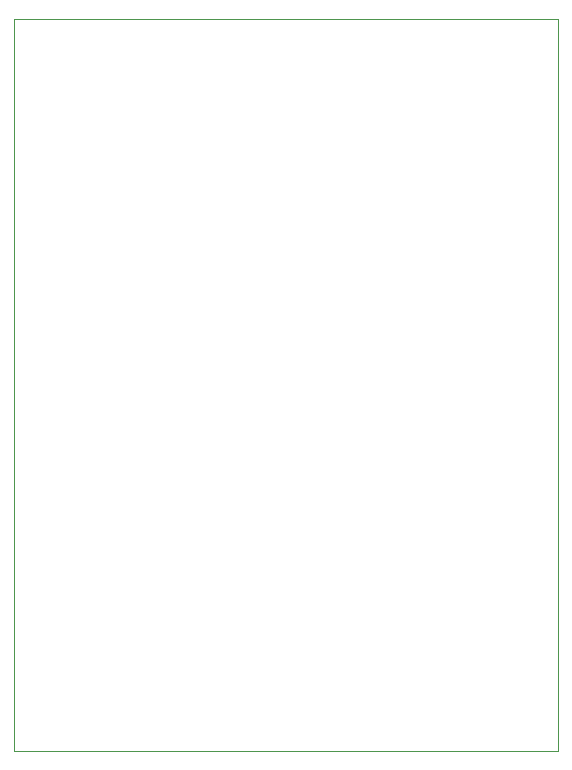
<source format=gm1>
G04 #@! TF.GenerationSoftware,KiCad,Pcbnew,8.0.8*
G04 #@! TF.CreationDate,2025-02-07T15:06:47+09:00*
G04 #@! TF.ProjectId,solenoid valve2020,736f6c65-6e6f-4696-9420-76616c766532,rev?*
G04 #@! TF.SameCoordinates,Original*
G04 #@! TF.FileFunction,Profile,NP*
%FSLAX46Y46*%
G04 Gerber Fmt 4.6, Leading zero omitted, Abs format (unit mm)*
G04 Created by KiCad (PCBNEW 8.0.8) date 2025-02-07 15:06:47*
%MOMM*%
%LPD*%
G01*
G04 APERTURE LIST*
G04 #@! TA.AperFunction,Profile*
%ADD10C,0.100000*%
G04 #@! TD*
G04 APERTURE END LIST*
D10*
X50000000Y-112000000D02*
X96000000Y-112000000D01*
X96000000Y-112000000D02*
X96000000Y-50000000D01*
X96000000Y-50000000D02*
X50000000Y-50000000D01*
X50000000Y-50000000D02*
X50000000Y-112000000D01*
M02*

</source>
